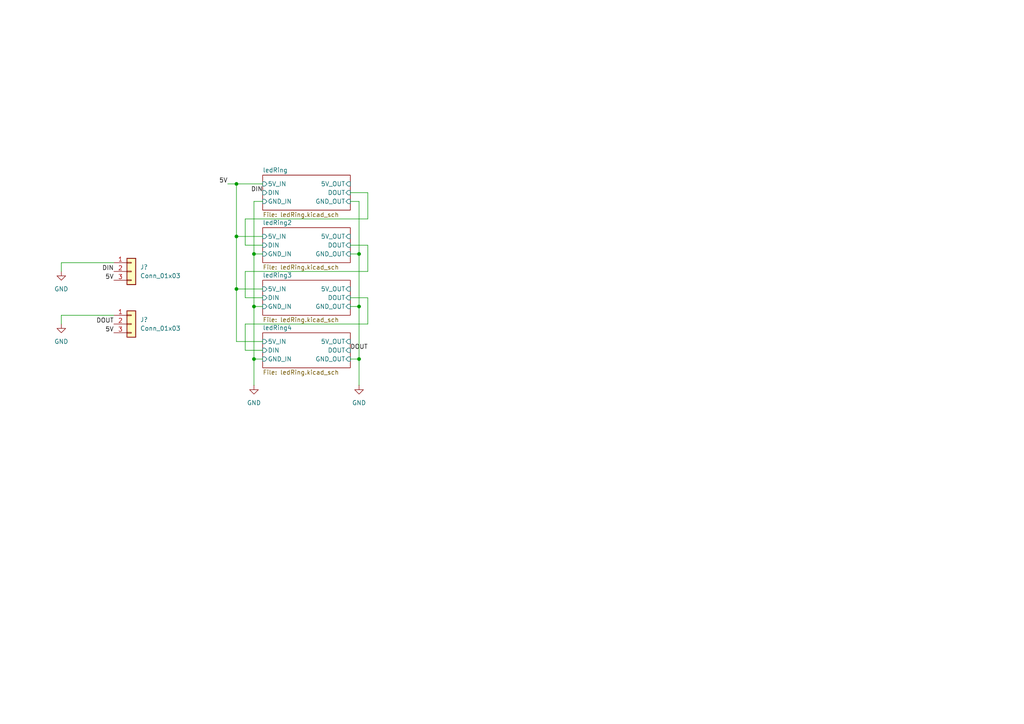
<source format=kicad_sch>
(kicad_sch (version 20250114) (generator "eeschema") (generator_version "9.0")
  (paper "A4")
  (lib_symbols
    (symbol "Connector_Generic:Conn_01x03" (pin_names (offset 1.016) (hide yes))
      (property "Reference" "J" (at 0 5.08 0))
      (property "Value" "Conn_01x03" (at 0 -5.08 0))
      (symbol "Conn_01x03_1_1"
        (rectangle (start -1.27 3.81) (end 1.27 -3.81) (stroke (width 0.254)) (fill (type background)))
        (rectangle (start -1.27 2.667) (end 0 2.413) (stroke (width 0.1524)))
        (rectangle (start -1.27 0.127) (end 0 -0.127) (stroke (width 0.1524)))
        (rectangle (start -1.27 -2.413) (end 0 -2.667) (stroke (width 0.1524)))
        (pin passive line (at -5.08 2.54 0) (length 3.81) (name "Pin_1") (number "1"))
        (pin passive line (at -5.08 0 0) (length 3.81) (name "Pin_2") (number "2"))
        (pin passive line (at -5.08 -2.54 0) (length 3.81) (name "Pin_3") (number "3"))
      )
    )
    (symbol "power:GND" (power) (pin_numbers (hide yes)) (pin_names (offset 0) (hide yes))
      (property "Value" "GND" (at 0 -3.81 0))
      (symbol "GND_0_1"
        (polyline (pts (xy 0 0) (xy 0 -1.27) (xy 1.27 -1.27) (xy 0 -2.54) (xy -1.27 -1.27) (xy 0 -1.27)))
      )
      (symbol "GND_1_1"
        (pin power_in line (at 0 0 270) (length 0) (name "~") (number "1"))
      )
    )
  )
  (junction (at 68.58 68.58))
  (junction (at 104.14 88.9))
  (junction (at 73.66 104.14))
  (junction (at 73.66 88.9))
  (junction (at 104.14 104.14))
  (junction (at 104.14 73.66))
  (junction (at 68.58 53.34))
  (junction (at 68.58 83.82))
  (junction (at 73.66 73.66))
  (wire (pts (xy 73.66 73.66) (xy 76.2 73.66)))
  (wire (pts (xy 73.66 73.66) (xy 73.66 88.9)))
  (wire (pts (xy 71.12 86.36) (xy 76.2 86.36)))
  (wire (pts (xy 76.2 71.12) (xy 71.12 71.12)))
  (wire (pts (xy 104.14 104.14) (xy 104.14 88.9)))
  (wire (pts (xy 101.6 86.36) (xy 106.68 86.36)))
  (wire (pts (xy 101.6 88.9) (xy 104.14 88.9)))
  (wire (pts (xy 106.68 63.5) (xy 106.68 55.88)))
  (wire (pts (xy 106.68 86.36) (xy 106.68 93.98)))
  (wire (pts (xy 71.12 63.5) (xy 106.68 63.5)))
  (wire (pts (xy 71.12 101.6) (xy 76.2 101.6)))
  (wire (pts (xy 17.78 78.74) (xy 17.78 76.2)))
  (wire (pts (xy 101.6 71.12) (xy 106.68 71.12)))
  (wire (pts (xy 106.68 93.98) (xy 71.12 93.98)))
  (wire (pts (xy 73.66 58.42) (xy 76.2 58.42)))
  (wire (pts (xy 17.78 93.98) (xy 17.78 91.44)))
  (wire (pts (xy 68.58 83.82) (xy 68.58 99.06)))
  (wire (pts (xy 68.58 53.34) (xy 68.58 68.58)))
  (wire (pts (xy 104.14 104.14) (xy 104.14 111.76)))
  (wire (pts (xy 73.66 104.14) (xy 73.66 111.76)))
  (wire (pts (xy 101.6 104.14) (xy 104.14 104.14)))
  (wire (pts (xy 73.66 104.14) (xy 76.2 104.14)))
  (wire (pts (xy 71.12 93.98) (xy 71.12 101.6)))
  (wire (pts (xy 68.58 68.58) (xy 68.58 83.82)))
  (wire (pts (xy 68.58 68.58) (xy 76.2 68.58)))
  (wire (pts (xy 106.68 55.88) (xy 101.6 55.88)))
  (wire (pts (xy 73.66 73.66) (xy 73.66 58.42)))
  (wire (pts (xy 68.58 99.06) (xy 76.2 99.06)))
  (wire (pts (xy 101.6 73.66) (xy 104.14 73.66)))
  (wire (pts (xy 17.78 76.2) (xy 33.02 76.2)))
  (wire (pts (xy 106.68 78.74) (xy 71.12 78.74)))
  (wire (pts (xy 66.04 53.34) (xy 68.58 53.34)))
  (wire (pts (xy 68.58 53.34) (xy 76.2 53.34)))
  (wire (pts (xy 68.58 83.82) (xy 76.2 83.82)))
  (wire (pts (xy 71.12 71.12) (xy 71.12 63.5)))
  (wire (pts (xy 104.14 58.42) (xy 101.6 58.42)))
  (wire (pts (xy 17.78 91.44) (xy 33.02 91.44)))
  (wire (pts (xy 106.68 78.74) (xy 106.68 71.12)))
  (wire (pts (xy 104.14 73.66) (xy 104.14 58.42)))
  (wire (pts (xy 71.12 78.74) (xy 71.12 86.36)))
  (wire (pts (xy 73.66 88.9) (xy 76.2 88.9)))
  (wire (pts (xy 73.66 104.14) (xy 73.66 88.9)))
  (wire (pts (xy 104.14 73.66) (xy 104.14 88.9)))
  (label "5V" (at 33.02 96.52 180))
  (label "5V" (at 33.02 81.28 180))
  (label "DIN" (at 33.02 78.74 180))
  (label "5V" (at 66.04 53.34 180))
  (label "DIN" (at 76.2 55.88 180))
  (label "DOUT" (at 101.6 101.6 0))
  (label "DOUT" (at 33.02 93.98 180))
  (symbol (lib_id "power:GND") (at 17.78 93.98 0) (unit 1)
    (property "Reference" "#PWR?" (effects (hide yes)))
    (property "Value" "GND" (at 17.78 99.06 0))
    (property "Description" "Power symbol creates a global label with name \"GND\" , ground" (effects (hide yes)))
  )
  (symbol (lib_id "Connector_Generic:Conn_01x03") (at 38.1 93.98 0) (unit 1)
    (property "Reference" "J?" (at 40.64 92.7099 0) (effects (justify left)))
    (property "Value" "Conn_01x03" (at 40.64 95.2499 0) (effects (justify left)))
    (property "Footprint" "Connector_PinHeader_2.54mm:PinHeader_1x03_P2.54mm_Vertical" (effects (hide yes)))
    (property "Description" "Generic connector, single row, 01x03, script generated (kicad-library-utils/schlib/autogen/connector/)" (effects (hide yes)))
  )
  (symbol (lib_id "Connector_Generic:Conn_01x03") (at 38.1 78.74 0) (unit 1)
    (property "Reference" "J?" (at 40.64 77.4699 0) (effects (justify left)))
    (property "Value" "Conn_01x03" (at 40.64 80.0099 0) (effects (justify left)))
    (property "Footprint" "Connector_PinHeader_2.54mm:PinHeader_1x03_P2.54mm_Vertical" (effects (hide yes)))
    (property "Description" "Generic connector, single row, 01x03, script generated (kicad-library-utils/schlib/autogen/connector/)" (effects (hide yes)))
  )
  (symbol (lib_id "power:GND") (at 17.78 78.74 0) (unit 1)
    (property "Reference" "#PWR?" (effects (hide yes)))
    (property "Value" "GND" (at 17.78 83.82 0))
    (property "Description" "Power symbol creates a global label with name \"GND\" , ground" (effects (hide yes)))
  )
  (symbol (lib_id "power:GND") (at 104.14 111.76 0) (unit 1)
    (property "Reference" "#PWR?" (effects (hide yes)))
    (property "Value" "GND" (at 104.14 116.84 0))
    (property "Description" "Power symbol creates a global label with name \"GND\" , ground" (effects (hide yes)))
  )
  (symbol (lib_id "power:GND") (at 73.66 111.76 0) (unit 1)
    (property "Reference" "#PWR?" (effects (hide yes)))
    (property "Value" "GND" (at 73.66 116.84 0))
    (property "Description" "Power symbol creates a global label with name \"GND\" , ground" (effects (hide yes)))
  )
  (sheet (at 76.2 81.28) (size 25.4 10.16) (stroke (width 0.1524))
    (property "Sheetname" "ledRing3" (at 76.2 80.5684 0) (effects (justify left bottom)))
    (property "Sheetfile" "ledRing.kicad_sch" (at 76.2 92.0246 0) (effects (justify left top)))
    (pin "5V_IN" input (at 76.2 83.82 180))
    (pin "5V_OUT" input (at 101.6 83.82 0))
    (pin "DIN" input (at 76.2 86.36 180))
    (pin "DOUT" input (at 101.6 86.36 0))
    (pin "GND_IN" input (at 76.2 88.9 180))
    (pin "GND_OUT" input (at 101.6 88.9 0))
  )
  (sheet (at 76.2 50.8) (size 25.4 10.16) (stroke (width 0.1524))
    (property "Sheetname" "ledRing" (at 76.2 50.0884 0) (effects (justify left bottom)))
    (property "Sheetfile" "ledRing.kicad_sch" (at 76.2 61.5446 0) (effects (justify left top)))
    (pin "5V_IN" input (at 76.2 53.34 180))
    (pin "5V_OUT" input (at 101.6 53.34 0))
    (pin "DIN" input (at 76.2 55.88 180))
    (pin "DOUT" input (at 101.6 55.88 0))
    (pin "GND_IN" input (at 76.2 58.42 180))
    (pin "GND_OUT" input (at 101.6 58.42 0))
  )
  (sheet (at 76.2 96.52) (size 25.4 10.16) (stroke (width 0.1524))
    (property "Sheetname" "ledRing4" (at 76.2 95.8084 0) (effects (justify left bottom)))
    (property "Sheetfile" "ledRing.kicad_sch" (at 76.2 107.2646 0) (effects (justify left top)))
    (pin "5V_IN" input (at 76.2 99.06 180))
    (pin "5V_OUT" input (at 101.6 99.06 0))
    (pin "DIN" input (at 76.2 101.6 180))
    (pin "DOUT" input (at 101.6 101.6 0))
    (pin "GND_IN" input (at 76.2 104.14 180))
    (pin "GND_OUT" input (at 101.6 104.14 0))
  )
  (sheet (at 76.2 66.04) (size 25.4 10.16) (stroke (width 0.1524))
    (property "Sheetname" "ledRing2" (at 76.2 65.3284 0) (effects (justify left bottom)))
    (property "Sheetfile" "ledRing.kicad_sch" (at 76.2 76.7846 0) (effects (justify left top)))
    (pin "5V_IN" input (at 76.2 68.58 180))
    (pin "5V_OUT" input (at 101.6 68.58 0))
    (pin "DIN" input (at 76.2 71.12 180))
    (pin "DOUT" input (at 101.6 71.12 0))
    (pin "GND_IN" input (at 76.2 73.66 180))
    (pin "GND_OUT" input (at 101.6 73.66 0))
  )
)
</source>
